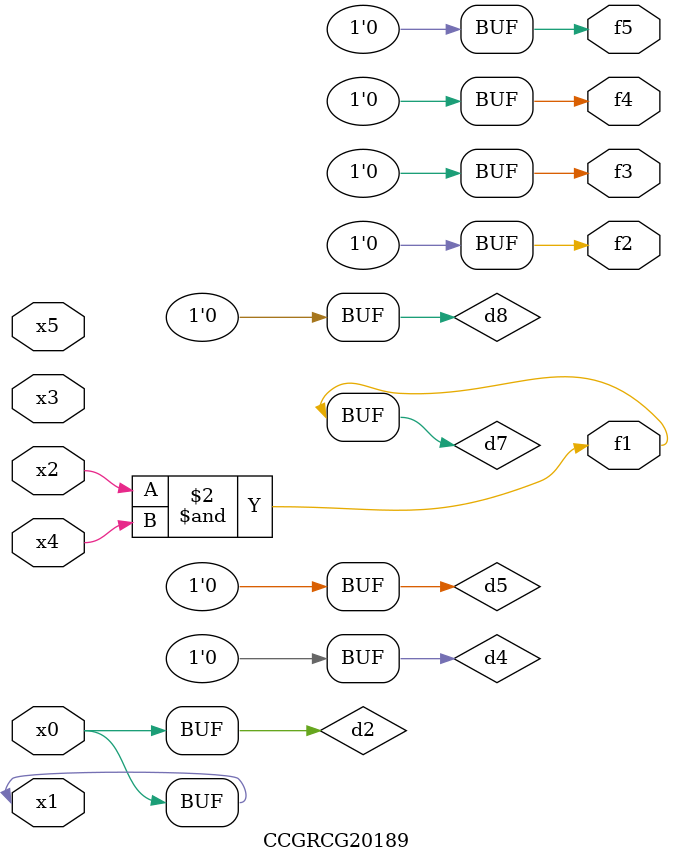
<source format=v>
module CCGRCG20189(
	input x0, x1, x2, x3, x4, x5,
	output f1, f2, f3, f4, f5
);

	wire d1, d2, d3, d4, d5, d6, d7, d8, d9;

	nand (d1, x1);
	buf (d2, x0, x1);
	nand (d3, x2, x4);
	and (d4, d1, d2);
	and (d5, d1, d2);
	nand (d6, d1, d3);
	not (d7, d3);
	xor (d8, d5);
	nor (d9, d5, d6);
	assign f1 = d7;
	assign f2 = d8;
	assign f3 = d8;
	assign f4 = d8;
	assign f5 = d8;
endmodule

</source>
